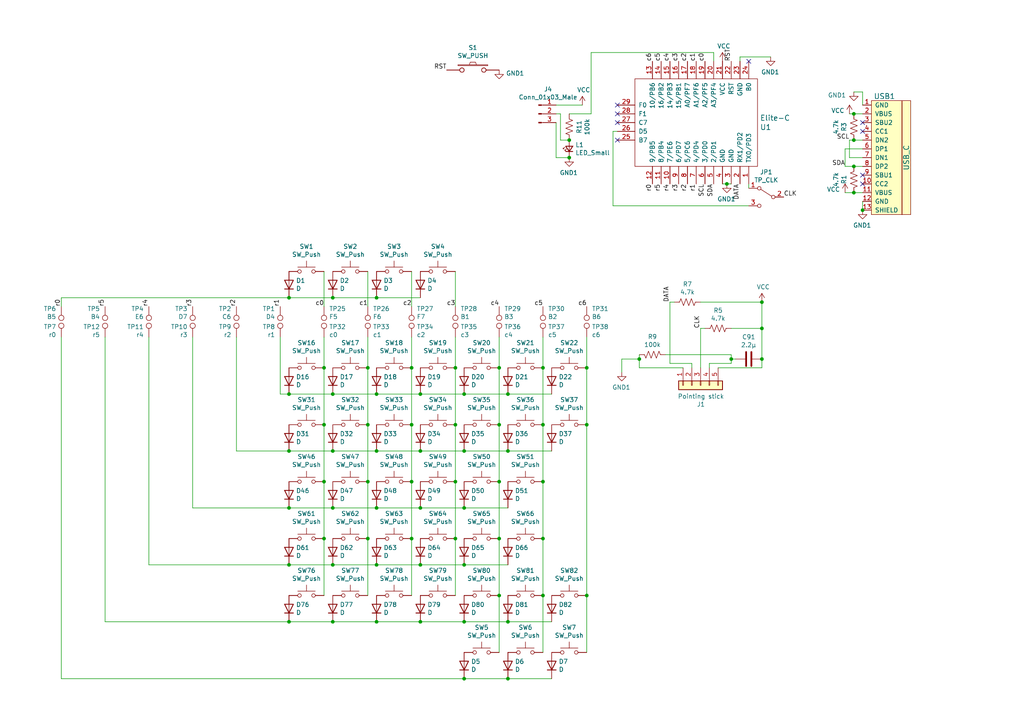
<source format=kicad_sch>
(kicad_sch (version 20211123) (generator eeschema)
  (paper "A4")
  (title_block (title "ThinKeys13") (rev "v0.2") (company "Modulo Industries"))
  (lib_symbols
    (symbol "Connector:Conn_01x03_Male" (pin_names (offset 1.016) hide)
      (property "Reference" "J" (at 0 5.08 0))
      (property "Value" "Conn_01x03_Male" (at 0 -5.08 0))
      (symbol "Conn_01x03_Male_1_1"
        (pin passive line (at 5.08 2.54 180) (length 3.81) (name "Pin_1") (number "1"))
        (pin passive line (at 5.08 0 180) (length 3.81) (name "Pin_2") (number "2"))
        (pin passive line (at 5.08 -2.54 180) (length 3.81) (name "Pin_3") (number "3"))
      )
    )
    (symbol "Connector:TestPoint" (pin_numbers hide) (pin_names (offset 0.762) hide)
      (property "Reference" "TP" (at 0 6.858 0))
      (property "Value" "TestPoint" (at 0 5.08 0))
      (symbol "TestPoint_1_1"
        (pin passive line (at 0 0 90) (length 2.54) (name "1") (number "1"))
      )
    )
    (symbol "Connector_Generic:Conn_01x05" (pin_names (offset 1.016) hide)
      (property "Reference" "J" (at 0 7.62 0))
      (property "Value" "Conn_01x05" (at 0 -7.62 0))
      (symbol "Conn_01x05_1_1"
        (pin passive line (at -5.08 5.08 0) (length 3.81) (name "Pin_1") (number "1"))
        (pin passive line (at -5.08 2.54 0) (length 3.81) (name "Pin_2") (number "2"))
        (pin passive line (at -5.08 0 0) (length 3.81) (name "Pin_3") (number "3"))
        (pin passive line (at -5.08 -2.54 0) (length 3.81) (name "Pin_4") (number "4"))
        (pin passive line (at -5.08 -5.08 0) (length 3.81) (name "Pin_5") (number "5"))
      )
    )
    (symbol "Device:C" (pin_numbers hide) (pin_names (offset 0.254))
      (property "Reference" "C" (at 0.635 2.54 0))
      (property "Value" "C" (at 0.635 -2.54 0))
      (symbol "C_1_1"
        (pin passive line (at 0 3.81 270) (length 2.794) (name "~") (number "1"))
        (pin passive line (at 0 -3.81 90) (length 2.794) (name "~") (number "2"))
      )
    )
    (symbol "Device:D" (pin_numbers hide) (pin_names (offset 1.016) hide)
      (property "Reference" "D" (at 0 2.54 0))
      (property "Value" "D" (at 0 -2.54 0))
      (symbol "D_1_1"
        (pin passive line (at -3.81 0 0) (length 2.54) (name "K") (number "1"))
        (pin passive line (at 3.81 0 180) (length 2.54) (name "A") (number "2"))
      )
    )
    (symbol "Device:LED_Small" (pin_numbers hide) (pin_names (offset 0.254) hide)
      (property "Reference" "D" (at -1.27 3.175 0))
      (property "Value" "LED_Small" (at -4.445 -2.54 0))
      (symbol "LED_Small_1_1"
        (pin passive line (at -2.54 0 0) (length 1.778) (name "K") (number "1"))
        (pin passive line (at 2.54 0 180) (length 1.778) (name "A") (number "2"))
      )
    )
    (symbol "Device:R_US" (pin_numbers hide) (pin_names (offset 0))
      (property "Reference" "R" (at 2.54 0 90))
      (property "Value" "R_US" (at -2.54 0 90))
      (symbol "R_US_1_1"
        (pin passive line (at 0 3.81 270) (length 1.27) (name "~") (number "1"))
        (pin passive line (at 0 -3.81 90) (length 1.27) (name "~") (number "2"))
      )
    )
    (symbol "Switch:SW_Push" (pin_numbers hide) (pin_names (offset 1.016) hide)
      (property "Reference" "SW" (at 1.27 2.54 0))
      (property "Value" "SW_Push" (at 0 -1.524 0))
      (symbol "SW_Push_0_1"
        (pin passive line (at -5.08 0 0) (length 2.54) (name "1") (number "1"))
        (pin passive line (at 5.08 0 180) (length 2.54) (name "2") (number "2"))
      )
    )
    (symbol "Switch:SW_SPDT" (pin_names (offset 0) hide)
      (property "Reference" "SW" (at 0 4.318 0))
      (property "Value" "SW_SPDT" (at 0 -5.08 0))
      (symbol "SW_SPDT_1_1"
        (pin passive line (at 5.08 2.54 180) (length 2.54) (name "A") (number "1"))
        (pin passive line (at -5.08 0 0) (length 2.54) (name "B") (number "2"))
        (pin passive line (at 5.08 -2.54 180) (length 2.54) (name "C") (number "3"))
      )
    )
    (symbol "kbd:SW_PUSH" (pin_numbers hide) (pin_names (offset 1.016) hide)
      (property "Reference" "SW" (at 3.81 2.794 0))
      (property "Value" "SW_PUSH" (at 0 -2.032 0))
      (symbol "SW_PUSH_0_1"
        (pin passive inverted (at -7.62 0 0) (length 5.08) (name "1") (number "1"))
        (pin passive inverted (at 7.62 0 180) (length 5.08) (name "2") (number "2"))
      )
    )
    (symbol "keebio:Elite-C" (pin_names (offset 1.016))
      (property "Reference" "U" (at 0 0 0))
      (property "Value" "Elite-C" (at 0 2.54 0))
      (symbol "Elite-C_1_1"
        (pin input line (at -17.78 13.97 0) (length 5.08) (name "TX0/PD3") (number "1"))
        (pin input line (at -17.78 -8.89 0) (length 5.08) (name "7/PE6") (number "10"))
        (pin input line (at -17.78 -11.43 0) (length 5.08) (name "8/PB4") (number "11"))
        (pin input line (at -17.78 -13.97 0) (length 5.08) (name "9/PB5") (number "12"))
        (pin input line (at 17.78 -13.97 180) (length 5.08) (name "10/PB6") (number "13"))
        (pin input line (at 17.78 -11.43 180) (length 5.08) (name "16/PB2") (number "14"))
        (pin input line (at 17.78 -8.89 180) (length 5.08) (name "14/PB3") (number "15"))
        (pin input line (at 17.78 -6.35 180) (length 5.08) (name "15/PB1") (number "16"))
        (pin input line (at 17.78 -3.81 180) (length 5.08) (name "A0/PF7") (number "17"))
        (pin input line (at 17.78 -1.27 180) (length 5.08) (name "A1/PF6") (number "18"))
        (pin input line (at 17.78 1.27 180) (length 5.08) (name "A2/PF5") (number "19"))
        (pin input line (at -17.78 11.43 0) (length 5.08) (name "RX1/PD2") (number "2"))
        (pin input line (at 17.78 3.81 180) (length 5.08) (name "A3/PF4") (number "20"))
        (pin input line (at 17.78 6.35 180) (length 5.08) (name "VCC") (number "21"))
        (pin input line (at 17.78 8.89 180) (length 5.08) (name "RST") (number "22"))
        (pin input line (at 17.78 11.43 180) (length 5.08) (name "GND") (number "23"))
        (pin input line (at 17.78 13.97 180) (length 5.08) (name "B0") (number "24"))
        (pin input line (at -5.08 -24.13 90) (length 5.08) (name "B7") (number "25"))
        (pin input line (at -2.54 -24.13 90) (length 5.08) (name "D5") (number "26"))
        (pin input line (at 0 -24.13 90) (length 5.08) (name "C7") (number "27"))
        (pin input line (at 2.54 -24.13 90) (length 5.08) (name "F1") (number "28"))
        (pin input line (at 5.08 -24.13 90) (length 5.08) (name "F0") (number "29"))
        (pin input line (at -17.78 8.89 0) (length 5.08) (name "GND") (number "3"))
        (pin input line (at -17.78 6.35 0) (length 5.08) (name "GND") (number "4"))
        (pin input line (at -17.78 3.81 0) (length 5.08) (name "2/PD1") (number "5"))
        (pin input line (at -17.78 1.27 0) (length 5.08) (name "3/PD0") (number "6"))
        (pin input line (at -17.78 -1.27 0) (length 5.08) (name "4/PD4") (number "7"))
        (pin input line (at -17.78 -3.81 0) (length 5.08) (name "5/PC6") (number "8"))
        (pin input line (at -17.78 -6.35 0) (length 5.08) (name "6/PD7") (number "9"))
      )
    )
    (symbol "keebio:HRO-TYPE-C-31-M-12" (pin_names (offset 1.016))
      (property "Reference" "USB" (at -5.08 16.51 0))
      (property "Value" "HRO-TYPE-C-31-M-12" (at -10.16 -1.27 90))
      (symbol "HRO-TYPE-C-31-M-12_1_1"
        (pin input line (at 2.54 13.97 180) (length 2.54) (name "GND") (number "1"))
        (pin input line (at 2.54 -8.89 180) (length 2.54) (name "CC2") (number "10"))
        (pin input line (at 2.54 -11.43 180) (length 2.54) (name "VBUS") (number "11"))
        (pin input line (at 2.54 -13.97 180) (length 2.54) (name "GND") (number "12"))
        (pin input line (at 2.54 -16.51 180) (length 2.54) (name "SHIELD") (number "13"))
        (pin input line (at 2.54 11.43 180) (length 2.54) (name "VBUS") (number "2"))
        (pin input line (at 2.54 8.89 180) (length 2.54) (name "SBU2") (number "3"))
        (pin input line (at 2.54 6.35 180) (length 2.54) (name "CC1") (number "4"))
        (pin input line (at 2.54 3.81 180) (length 2.54) (name "DN2") (number "5"))
        (pin input line (at 2.54 1.27 180) (length 2.54) (name "DP1") (number "6"))
        (pin input line (at 2.54 -1.27 180) (length 2.54) (name "DN1") (number "7"))
        (pin input line (at 2.54 -3.81 180) (length 2.54) (name "DP2") (number "8"))
        (pin input line (at 2.54 -6.35 180) (length 2.54) (name "SBU1") (number "9"))
      )
    )
    (symbol "power:GND1" (power) (pin_names (offset 0))
      (property "Value" "GND1" (at 0 -3.81 0))
      (symbol "GND1_1_1"
        (pin power_in line (at 0 0 270) (length 0) hide (name "GND1") (number "1"))
      )
    )
    (symbol "power:VCC" (power) (pin_names (offset 0))
      (property "Value" "VCC" (at 0 3.81 0))
      (symbol "VCC_1_1"
        (pin power_in line (at 0 0 90) (length 0) hide (name "VCC") (number "1"))
      )
    )
  )
  (junction (at 96.52 130.81))
  (junction (at 170.18 106.68))
  (junction (at 121.92 130.81))
  (junction (at 106.68 156.21))
  (junction (at 132.08 156.21))
  (junction (at 134.62 114.3))
  (junction (at 83.82 114.3))
  (junction (at 144.78 139.7))
  (junction (at 132.08 106.68))
  (junction (at 106.68 139.7))
  (junction (at 170.18 172.72))
  (junction (at 109.22 86.36))
  (junction (at 147.32 196.85))
  (junction (at 83.82 130.81))
  (junction (at 83.82 147.32))
  (junction (at 109.22 114.3))
  (junction (at 185.42 104.14))
  (junction (at 121.92 114.3))
  (junction (at 147.32 130.81))
  (junction (at 106.68 123.19))
  (junction (at 247.65 40.64))
  (junction (at 109.22 163.83))
  (junction (at 121.92 163.83))
  (junction (at 83.82 163.83))
  (junction (at 144.78 123.19))
  (junction (at 144.78 156.21))
  (junction (at 247.65 55.88))
  (junction (at 109.22 180.34))
  (junction (at 119.38 156.21))
  (junction (at 220.98 95.25))
  (junction (at 170.18 123.19))
  (junction (at 96.52 114.3))
  (junction (at 250.19 60.96))
  (junction (at 119.38 106.68))
  (junction (at 119.38 139.7))
  (junction (at 157.48 123.19))
  (junction (at 96.52 147.32))
  (junction (at 93.98 139.7))
  (junction (at 121.92 180.34))
  (junction (at 132.08 123.19))
  (junction (at 93.98 123.19))
  (junction (at 96.52 86.36))
  (junction (at 157.48 156.21))
  (junction (at 147.32 114.3))
  (junction (at 121.92 147.32))
  (junction (at 134.62 130.81))
  (junction (at 119.38 123.19))
  (junction (at 96.52 163.83))
  (junction (at 157.48 139.7))
  (junction (at 212.09 104.14))
  (junction (at 109.22 130.81))
  (junction (at 210.82 53.34))
  (junction (at 134.62 163.83))
  (junction (at 157.48 172.72))
  (junction (at 83.82 86.36))
  (junction (at 93.98 156.21))
  (junction (at 147.32 180.34))
  (junction (at 144.78 172.72))
  (junction (at 132.08 139.7))
  (junction (at 134.62 180.34))
  (junction (at 93.98 106.68))
  (junction (at 247.65 33.02))
  (junction (at 134.62 196.85))
  (junction (at 96.52 180.34))
  (junction (at 220.98 87.63))
  (junction (at 220.98 104.14))
  (junction (at 109.22 147.32))
  (junction (at 134.62 147.32))
  (junction (at 165.1 40.64))
  (junction (at 83.82 180.34))
  (junction (at 106.68 106.68))
  (junction (at 144.78 106.68))
  (junction (at 165.1 45.72))
  (junction (at 157.48 106.68))
  (junction (at 247.65 48.26))
  (no_connect (at 250.19 35.56))
  (no_connect (at 179.07 33.02))
  (no_connect (at 179.07 30.48))
  (no_connect (at 179.07 40.64))
  (no_connect (at 179.07 35.56))
  (no_connect (at 250.19 50.8))
  (no_connect (at 250.19 53.34))
  (no_connect (at 250.19 38.1))
  (no_connect (at 217.17 17.78))
  (wire (pts (xy 106.68 139.7) (xy 106.68 156.21)))
  (wire (pts (xy 246.38 40.64) (xy 247.65 40.64)))
  (wire (pts (xy 106.68 123.19) (xy 106.68 139.7)))
  (wire (pts (xy 83.82 163.83) (xy 96.52 163.83)))
  (wire (pts (xy 203.2 87.63) (xy 220.98 87.63)))
  (wire (pts (xy 30.48 97.79) (xy 30.48 180.34)))
  (wire (pts (xy 119.38 172.72) (xy 119.38 156.21)))
  (wire (pts (xy 83.82 147.32) (xy 55.88 147.32)))
  (wire (pts (xy 217.17 54.61) (xy 217.17 53.34)))
  (wire (pts (xy 68.58 130.81) (xy 83.82 130.81)))
  (wire (pts (xy 194.31 87.63) (xy 195.58 87.63)))
  (wire (pts (xy 134.62 180.34) (xy 121.92 180.34)))
  (wire (pts (xy 250.19 30.48) (xy 250.19 26.67)))
  (wire (pts (xy 144.78 172.72) (xy 144.78 189.23)))
  (wire (pts (xy 171.45 33.02) (xy 171.45 15.24)))
  (wire (pts (xy 161.29 30.48) (xy 168.91 30.48)))
  (wire (pts (xy 170.18 123.19) (xy 170.18 172.72)))
  (wire (pts (xy 109.22 130.81) (xy 121.92 130.81)))
  (wire (pts (xy 132.08 156.21) (xy 132.08 172.72)))
  (wire (pts (xy 68.58 130.81) (xy 68.58 97.79)))
  (wire (pts (xy 83.82 130.81) (xy 96.52 130.81)))
  (wire (pts (xy 185.42 104.14) (xy 185.42 106.68)))
  (wire (pts (xy 246.38 45.72) (xy 246.38 40.64)))
  (wire (pts (xy 212.09 105.41) (xy 205.74 105.41)))
  (wire (pts (xy 96.52 147.32) (xy 83.82 147.32)))
  (wire (pts (xy 177.8 59.69) (xy 217.17 59.69)))
  (wire (pts (xy 157.48 189.23) (xy 157.48 172.72)))
  (wire (pts (xy 81.28 97.79) (xy 81.28 114.3)))
  (wire (pts (xy 200.66 105.41) (xy 200.66 106.68)))
  (wire (pts (xy 160.02 180.34) (xy 147.32 180.34)))
  (wire (pts (xy 245.11 43.18) (xy 245.11 48.26)))
  (wire (pts (xy 207.01 15.24) (xy 207.01 17.78)))
  (wire (pts (xy 245.11 55.88) (xy 247.65 55.88)))
  (wire (pts (xy 250.19 58.42) (xy 250.19 60.96)))
  (wire (pts (xy 198.12 106.68) (xy 185.42 106.68)))
  (wire (pts (xy 109.22 163.83) (xy 121.92 163.83)))
  (wire (pts (xy 220.98 95.25) (xy 220.98 104.14)))
  (wire (pts (xy 177.8 38.1) (xy 177.8 59.69)))
  (wire (pts (xy 246.38 45.72) (xy 250.19 45.72)))
  (wire (pts (xy 210.82 53.34) (xy 212.09 53.34)))
  (wire (pts (xy 162.56 40.64) (xy 162.56 33.02)))
  (wire (pts (xy 162.56 33.02) (xy 161.29 33.02)))
  (wire (pts (xy 220.98 87.63) (xy 220.98 95.25)))
  (wire (pts (xy 109.22 147.32) (xy 96.52 147.32)))
  (wire (pts (xy 245.11 48.26) (xy 247.65 48.26)))
  (wire (pts (xy 212.09 102.87) (xy 212.09 104.14)))
  (wire (pts (xy 214.63 16.51) (xy 223.52 16.51)))
  (wire (pts (xy 144.78 106.68) (xy 144.78 123.19)))
  (wire (pts (xy 106.68 106.68) (xy 106.68 123.19)))
  (wire (pts (xy 144.78 172.72) (xy 144.78 156.21)))
  (wire (pts (xy 144.78 97.79) (xy 144.78 106.68)))
  (wire (pts (xy 246.38 33.02) (xy 247.65 33.02)))
  (wire (pts (xy 147.32 196.85) (xy 160.02 196.85)))
  (wire (pts (xy 121.92 163.83) (xy 134.62 163.83)))
  (wire (pts (xy 93.98 78.74) (xy 93.98 88.9)))
  (wire (pts (xy 147.32 180.34) (xy 134.62 180.34)))
  (wire (pts (xy 134.62 114.3) (xy 121.92 114.3)))
  (wire (pts (xy 132.08 139.7) (xy 132.08 123.19)))
  (wire (pts (xy 119.38 106.68) (xy 119.38 97.79)))
  (wire (pts (xy 194.31 87.63) (xy 194.31 105.41)))
  (wire (pts (xy 119.38 139.7) (xy 119.38 156.21)))
  (wire (pts (xy 157.48 156.21) (xy 157.48 172.72)))
  (wire (pts (xy 96.52 86.36) (xy 109.22 86.36)))
  (wire (pts (xy 134.62 130.81) (xy 147.32 130.81)))
  (wire (pts (xy 170.18 172.72) (xy 170.18 189.23)))
  (wire (pts (xy 83.82 86.36) (xy 17.78 86.36)))
  (wire (pts (xy 247.65 48.26) (xy 250.19 48.26)))
  (wire (pts (xy 132.08 97.79) (xy 132.08 106.68)))
  (wire (pts (xy 212.09 105.41) (xy 212.09 104.14)))
  (wire (pts (xy 109.22 114.3) (xy 96.52 114.3)))
  (wire (pts (xy 147.32 130.81) (xy 160.02 130.81)))
  (wire (pts (xy 213.36 104.14) (xy 212.09 104.14)))
  (wire (pts (xy 157.48 123.19) (xy 157.48 106.68)))
  (wire (pts (xy 119.38 106.68) (xy 119.38 123.19)))
  (wire (pts (xy 203.2 95.25) (xy 203.2 106.68)))
  (wire (pts (xy 96.52 180.34) (xy 83.82 180.34)))
  (wire (pts (xy 144.78 123.19) (xy 144.78 139.7)))
  (wire (pts (xy 121.92 130.81) (xy 134.62 130.81)))
  (wire (pts (xy 180.34 104.14) (xy 180.34 107.95)))
  (wire (pts (xy 170.18 106.68) (xy 170.18 123.19)))
  (wire (pts (xy 245.11 43.18) (xy 250.19 43.18)))
  (wire (pts (xy 171.45 15.24) (xy 207.01 15.24)))
  (wire (pts (xy 157.48 139.7) (xy 157.48 123.19)))
  (wire (pts (xy 134.62 163.83) (xy 147.32 163.83)))
  (wire (pts (xy 106.68 97.79) (xy 106.68 106.68)))
  (wire (pts (xy 93.98 172.72) (xy 93.98 156.21)))
  (wire (pts (xy 247.65 26.67) (xy 250.19 26.67)))
  (wire (pts (xy 93.98 97.79) (xy 93.98 106.68)))
  (wire (pts (xy 109.22 86.36) (xy 121.92 86.36)))
  (wire (pts (xy 93.98 106.68) (xy 93.98 123.19)))
  (wire (pts (xy 93.98 139.7) (xy 93.98 156.21)))
  (wire (pts (xy 180.34 104.14) (xy 185.42 104.14)))
  (wire (pts (xy 43.18 163.83) (xy 43.18 97.79)))
  (wire (pts (xy 119.38 88.9) (xy 119.38 78.74)))
  (wire (pts (xy 144.78 139.7) (xy 144.78 156.21)))
  (wire (pts (xy 247.65 40.64) (xy 250.19 40.64)))
  (wire (pts (xy 179.07 38.1) (xy 177.8 38.1)))
  (wire (pts (xy 96.52 163.83) (xy 109.22 163.83)))
  (wire (pts (xy 119.38 123.19) (xy 119.38 139.7)))
  (wire (pts (xy 121.92 180.34) (xy 109.22 180.34)))
  (wire (pts (xy 205.74 105.41) (xy 205.74 106.68)))
  (wire (pts (xy 161.29 35.56) (xy 161.29 45.72)))
  (wire (pts (xy 83.82 86.36) (xy 96.52 86.36)))
  (wire (pts (xy 132.08 156.21) (xy 132.08 139.7)))
  (wire (pts (xy 132.08 123.19) (xy 132.08 106.68)))
  (wire (pts (xy 208.28 106.68) (xy 220.98 106.68)))
  (wire (pts (xy 147.32 114.3) (xy 134.62 114.3)))
  (wire (pts (xy 121.92 114.3) (xy 109.22 114.3)))
  (wire (pts (xy 106.68 156.21) (xy 106.68 172.72)))
  (wire (pts (xy 185.42 104.14) (xy 185.42 102.87)))
  (wire (pts (xy 165.1 33.02) (xy 171.45 33.02)))
  (wire (pts (xy 157.48 97.79) (xy 157.48 106.68)))
  (wire (pts (xy 17.78 86.36) (xy 17.78 88.9)))
  (wire (pts (xy 96.52 114.3) (xy 83.82 114.3)))
  (wire (pts (xy 160.02 114.3) (xy 147.32 114.3)))
  (wire (pts (xy 220.98 104.14) (xy 220.98 106.68)))
  (wire (pts (xy 55.88 97.79) (xy 55.88 147.32)))
  (wire (pts (xy 157.48 156.21) (xy 157.48 139.7)))
  (wire (pts (xy 109.22 180.34) (xy 96.52 180.34)))
  (wire (pts (xy 106.68 78.74) (xy 106.68 88.9)))
  (wire (pts (xy 247.65 33.02) (xy 250.19 33.02)))
  (wire (pts (xy 214.63 17.78) (xy 214.63 16.51)))
  (wire (pts (xy 17.78 196.85) (xy 17.78 97.79)))
  (wire (pts (xy 81.28 114.3) (xy 83.82 114.3)))
  (wire (pts (xy 170.18 97.79) (xy 170.18 106.68)))
  (wire (pts (xy 247.65 55.88) (xy 250.19 55.88)))
  (wire (pts (xy 96.52 130.81) (xy 109.22 130.81)))
  (wire (pts (xy 161.29 45.72) (xy 165.1 45.72)))
  (wire (pts (xy 134.62 196.85) (xy 147.32 196.85)))
  (wire (pts (xy 212.09 95.25) (xy 220.98 95.25)))
  (wire (pts (xy 193.04 102.87) (xy 212.09 102.87)))
  (wire (pts (xy 203.2 95.25) (xy 204.47 95.25)))
  (wire (pts (xy 17.78 196.85) (xy 134.62 196.85)))
  (wire (pts (xy 83.82 180.34) (xy 30.48 180.34)))
  (wire (pts (xy 93.98 123.19) (xy 93.98 139.7)))
  (wire (pts (xy 165.1 40.64) (xy 162.56 40.64)))
  (wire (pts (xy 121.92 147.32) (xy 109.22 147.32)))
  (wire (pts (xy 209.55 53.34) (xy 210.82 53.34)))
  (wire (pts (xy 134.62 147.32) (xy 121.92 147.32)))
  (wire (pts (xy 132.08 78.74) (xy 132.08 88.9)))
  (wire (pts (xy 194.31 105.41) (xy 200.66 105.41)))
  (wire (pts (xy 147.32 147.32) (xy 134.62 147.32)))
  (wire (pts (xy 43.18 163.83) (xy 83.82 163.83)))
  (label "r5" (at 30.48 88.9 90))
  (label "c6" (at 170.18 88.9 180))
  (label "r4" (at 194.31 53.34 270))
  (label "CLK" (at 227.33 57.15 0))
  (label "c5" (at 157.48 88.9 180))
  (label "SDA" (at 207.01 53.34 270))
  (label "r3" (at 55.88 88.9 90))
  (label "c0" (at 93.98 88.9 180))
  (label "RST" (at 212.09 17.78 90))
  (label "c4" (at 194.31 17.78 90))
  (label "r2" (at 199.39 53.34 270))
  (label "r0" (at 17.78 88.9 90))
  (label "c3" (at 196.85 17.78 90))
  (label "r1" (at 201.93 53.34 270))
  (label "RST" (at 129.54 20.32 180))
  (label "r0" (at 189.23 53.34 270))
  (label "r1" (at 81.28 88.9 90))
  (label "DATA" (at 194.31 87.63 90))
  (label "r5" (at 191.77 53.34 270))
  (label "SDA" (at 245.11 48.26 180))
  (label "r2" (at 68.58 88.9 90))
  (label "c3" (at 132.08 88.9 180))
  (label "CLK" (at 203.2 95.25 90))
  (label "SCL" (at 246.38 40.64 180))
  (label "c0" (at 204.47 17.78 90))
  (label "DATA" (at 214.63 53.34 270))
  (label "SCL" (at 204.47 53.34 270))
  (label "r3" (at 196.85 53.34 270))
  (label "c1" (at 201.93 17.78 90))
  (label "c2" (at 199.39 17.78 90))
  (label "c5" (at 191.77 17.78 90))
  (label "c4" (at 144.78 88.9 180))
  (label "c1" (at 106.68 88.9 180))
  (label "c2" (at 119.38 88.9 180))
  (label "r4" (at 43.18 88.9 90))
  (label "c6" (at 189.23 17.78 90))
  (symbol (lib_id "Device:D") (at 134.62 193.04 90) (unit 1)
    (property "Reference" "D5" (at 136.652 191.8716 90) (effects (justify right)))
    (property "Value" "D" (at 136.652 194.183 90) (effects (justify right)))
    (property "Footprint" "libmodulo:D_SOD-123" (effects hide))
    (property "LCSC Part" "C64898" (effects hide))
  )
  (symbol (lib_id "Device:D") (at 147.32 193.04 90) (unit 1)
    (property "Reference" "D6" (at 149.352 191.8716 90) (effects (justify right)))
    (property "Value" "D" (at 149.352 194.183 90) (effects (justify right)))
    (property "Footprint" "libmodulo:D_SOD-123" (effects hide))
    (property "LCSC Part" "C64898" (effects hide))
  )
  (symbol (lib_id "Switch:SW_Push") (at 152.4 189.23 0) (unit 1)
    (property "Reference" "SW6" (at 152.4 181.991 0))
    (property "Value" "SW_Push" (at 152.4 184.3024 0))
    (property "Footprint" "libmodulo:SW_MX-ALPS-ChocV1_V2-X-PG1280_PCB" (effects hide))
  )
  (symbol (lib_id "Device:D") (at 160.02 193.04 90) (unit 1)
    (property "Reference" "D7" (at 162.052 191.8716 90) (effects (justify right)))
    (property "Value" "D" (at 162.052 194.183 90) (effects (justify right)))
    (property "Footprint" "libmodulo:D_SOD-123" (effects hide))
    (property "LCSC Part" "C64898" (effects hide))
  )
  (symbol (lib_id "Switch:SW_Push") (at 165.1 189.23 0) (unit 1)
    (property "Reference" "SW7" (at 165.1 181.991 0))
    (property "Value" "SW_Push" (at 165.1 184.3024 0))
    (property "Footprint" "libmodulo:SW_MX-ALPS-ChocV1_V2-X-PG1280_PCB" (effects hide))
  )
  (symbol (lib_id "keebio:HRO-TYPE-C-31-M-12") (at 252.73 44.45 0) (mirror y) (unit 1)
    (property "Reference" "USB1" (at 256.54 27.94 0) (effects (font (size 1.524 1.524))))
    (property "Value" "USB_C" (at 262.89 45.72 90) (effects (font (size 1.524 1.524))))
    (property "Footprint" "libmodulo:HRO-TYPE-C-31-M-12" (effects hide))
    (property "LCSC Part" "C165948" (effects hide))
  )
  (symbol (lib_id "power:GND1") (at 250.19 60.96 0) (mirror y) (unit 1)
    (property "Reference" "#PWR0111" (effects hide))
    (property "Value" "GND1" (at 250.063 65.3542 0))
  )
  (symbol (lib_id "power:GND1") (at 247.65 26.67 0) (mirror y) (unit 1)
    (property "Reference" "#PWR0110" (effects hide))
    (property "Value" "GND1" (at 245.4148 27.6098 0) (effects (justify left)))
  )
  (symbol (lib_id "power:GND1") (at 144.78 20.32 0) (mirror y) (unit 1)
    (property "Reference" "#PWR0113" (effects hide))
    (property "Value" "GND1" (at 146.7612 21.2598 0) (effects (justify right)))
  )
  (symbol (lib_id "kbd:SW_PUSH") (at 137.16 20.32 0) (unit 1)
    (property "Reference" "S1" (at 137.16 13.843 0))
    (property "Value" "SW_PUSH" (at 137.16 16.1544 0))
    (property "Footprint" "Button_Switch_SMD:SW_SPST_EVQQ2" (effects hide))
    (property "LCSC Part" "C713483" (effects hide))
  )
  (symbol (lib_id "Connector:TestPoint") (at 157.48 97.79 0) (unit 1)
    (property "Reference" "TP37" (at 158.9532 94.7928 0) (effects (justify left)))
    (property "Value" "c5" (at 158.9532 97.1042 0) (effects (justify left)))
    (property "Footprint" "libmodulo:THTPad_4.0x4.0mm_Drill2.0mm" (effects hide))
  )
  (symbol (lib_id "Connector:TestPoint") (at 144.78 97.79 0) (unit 1)
    (property "Reference" "TP36" (at 146.2532 94.7928 0) (effects (justify left)))
    (property "Value" "c4" (at 146.2532 97.1042 0) (effects (justify left)))
    (property "Footprint" "libmodulo:THTPad_4.0x4.0mm_Drill2.0mm" (effects hide))
  )
  (symbol (lib_id "Connector:TestPoint") (at 132.08 97.79 0) (unit 1)
    (property "Reference" "TP35" (at 133.5532 94.7928 0) (effects (justify left)))
    (property "Value" "c3" (at 133.5532 97.1042 0) (effects (justify left)))
    (property "Footprint" "libmodulo:THTPad_4.0x4.0mm_Drill2.0mm" (effects hide))
  )
  (symbol (lib_id "Connector:TestPoint") (at 119.38 97.79 0) (unit 1)
    (property "Reference" "TP34" (at 120.8532 94.7928 0) (effects (justify left)))
    (property "Value" "c2" (at 120.8532 97.1042 0) (effects (justify left)))
    (property "Footprint" "libmodulo:THTPad_4.0x4.0mm_Drill2.0mm" (effects hide))
  )
  (symbol (lib_id "Connector:TestPoint") (at 106.68 97.79 0) (unit 1)
    (property "Reference" "TP33" (at 108.1532 94.7928 0) (effects (justify left)))
    (property "Value" "c1" (at 108.1532 97.1042 0) (effects (justify left)))
    (property "Footprint" "libmodulo:THTPad_4.0x4.0mm_Drill2.0mm" (effects hide))
  )
  (symbol (lib_id "Connector:TestPoint") (at 170.18 97.79 0) (unit 1)
    (property "Reference" "TP38" (at 171.6532 94.7928 0) (effects (justify left)))
    (property "Value" "c6" (at 171.6532 97.1042 0) (effects (justify left)))
    (property "Footprint" "libmodulo:THTPad_4.0x4.0mm_Drill2.0mm" (effects hide))
  )
  (symbol (lib_id "Connector:TestPoint") (at 119.38 88.9 180) (unit 1)
    (property "Reference" "TP27" (at 120.8532 89.5604 0) (effects (justify right)))
    (property "Value" "F7" (at 120.8532 91.8718 0) (effects (justify right)))
    (property "Footprint" "libmodulo:SMDPad_4.0x2.0mm" (effects hide))
  )
  (symbol (lib_id "Connector:TestPoint") (at 132.08 88.9 180) (unit 1)
    (property "Reference" "TP28" (at 133.5532 89.5604 0) (effects (justify right)))
    (property "Value" "B1" (at 133.5532 91.8718 0) (effects (justify right)))
    (property "Footprint" "libmodulo:SMDPad_4.0x2.0mm" (effects hide))
  )
  (symbol (lib_id "Connector:TestPoint") (at 144.78 88.9 180) (unit 1)
    (property "Reference" "TP29" (at 146.2532 89.5604 0) (effects (justify right)))
    (property "Value" "B3" (at 146.2532 91.8718 0) (effects (justify right)))
    (property "Footprint" "libmodulo:SMDPad_4.0x2.0mm" (effects hide))
  )
  (symbol (lib_id "Connector:TestPoint") (at 157.48 88.9 180) (unit 1)
    (property "Reference" "TP30" (at 158.9532 89.5604 0) (effects (justify right)))
    (property "Value" "B2" (at 158.9532 91.8718 0) (effects (justify right)))
    (property "Footprint" "libmodulo:SMDPad_4.0x2.0mm" (effects hide))
  )
  (symbol (lib_id "Connector:TestPoint") (at 170.18 88.9 180) (unit 1)
    (property "Reference" "TP31" (at 171.6532 89.5604 0) (effects (justify right)))
    (property "Value" "B6" (at 171.6532 91.8718 0) (effects (justify right)))
    (property "Footprint" "libmodulo:SMDPad_4.0x2.0mm" (effects hide))
  )
  (symbol (lib_id "Connector:TestPoint") (at 93.98 88.9 180) (unit 1)
    (property "Reference" "TP25" (at 95.4532 89.5604 0) (effects (justify right)))
    (property "Value" "F5" (at 95.4532 91.8718 0) (effects (justify right)))
    (property "Footprint" "libmodulo:SMDPad_4.0x2.0mm" (effects hide))
  )
  (symbol (lib_id "Connector:TestPoint") (at 106.68 88.9 180) (unit 1)
    (property "Reference" "TP26" (at 108.1532 89.5604 0) (effects (justify right)))
    (property "Value" "F6" (at 108.1532 91.8718 0) (effects (justify right)))
    (property "Footprint" "libmodulo:SMDPad_4.0x2.0mm" (effects hide))
  )
  (symbol (lib_id "Connector:TestPoint") (at 93.98 97.79 0) (unit 1)
    (property "Reference" "TP32" (at 95.4532 94.7928 0) (effects (justify left)))
    (property "Value" "c0" (at 95.4532 97.1042 0) (effects (justify left)))
    (property "Footprint" "libmodulo:THTPad_4.0x4.0mm_Drill2.0mm" (effects hide))
  )
  (symbol (lib_id "power:GND1") (at 180.34 107.95 0) (mirror y) (unit 1)
    (property "Reference" "#PWR0101" (effects hide))
    (property "Value" "GND1" (at 180.213 112.3442 0))
  )
  (symbol (lib_id "Device:R_US") (at 189.23 102.87 270) (mirror x) (unit 1)
    (property "Reference" "R9" (at 189.23 97.663 90))
    (property "Value" "100k" (at 189.23 99.9744 90))
    (property "Footprint" "Resistor_SMD:R_1206_3216Metric_Pad1.30x1.75mm_HandSolder" (effects hide))
    (property "LCSC Part" "C17900" (effects hide))
  )
  (symbol (lib_id "power:VCC") (at 220.98 87.63 0) (unit 1)
    (property "Reference" "#PWR0107" (effects hide))
    (property "Value" "VCC" (at 221.361 83.2358 0))
  )
  (symbol (lib_id "power:GND1") (at 223.52 16.51 0) (mirror y) (unit 1)
    (property "Reference" "#PWR0108" (effects hide))
    (property "Value" "GND1" (at 223.393 20.9042 0))
  )
  (symbol (lib_id "power:GND1") (at 210.82 53.34 0) (mirror y) (unit 1)
    (property "Reference" "#PWR0109" (effects hide))
    (property "Value" "GND1" (at 210.693 57.7342 0))
  )
  (symbol (lib_id "Device:R_US") (at 247.65 36.83 180) (unit 1)
    (property "Reference" "R3" (at 244.7798 36.83 90))
    (property "Value" "4.7k" (at 242.4684 36.83 90))
    (property "Footprint" "Resistor_SMD:R_1206_3216Metric_Pad1.30x1.75mm_HandSolder" (effects hide))
    (property "LCSC Part" "C17936" (effects hide))
  )
  (symbol (lib_id "Device:R_US") (at 247.65 52.07 0) (mirror y) (unit 1)
    (property "Reference" "R1" (at 244.7798 52.07 90))
    (property "Value" "4.7k" (at 242.4684 52.07 90))
    (property "Footprint" "Resistor_SMD:R_1206_3216Metric_Pad1.30x1.75mm_HandSolder" (effects hide))
    (property "LCSC Part" "C17936" (effects hide))
  )
  (symbol (lib_id "Device:C") (at 217.17 104.14 90) (unit 1)
    (property "Reference" "C91" (at 217.17 97.7392 90))
    (property "Value" "2.2µ" (at 217.17 100.0506 90))
    (property "Footprint" "Capacitor_SMD:C_1206_3216Metric_Pad1.33x1.80mm_HandSolder" (effects hide))
    (property "LCSC Part" "C50254" (effects hide))
  )
  (symbol (lib_id "Device:R_US") (at 199.39 87.63 90) (unit 1)
    (property "Reference" "R7" (at 199.39 82.423 90))
    (property "Value" "4.7k" (at 199.39 84.7344 90))
    (property "Footprint" "Resistor_SMD:R_1206_3216Metric_Pad1.30x1.75mm_HandSolder" (effects hide))
    (property "LCSC Part" "C17936" (effects hide))
  )
  (symbol (lib_id "Device:R_US") (at 208.28 95.25 90) (unit 1)
    (property "Reference" "R5" (at 208.28 90.043 90))
    (property "Value" "4.7k" (at 208.28 92.3544 90))
    (property "Footprint" "Resistor_SMD:R_1206_3216Metric_Pad1.30x1.75mm_HandSolder" (effects hide))
    (property "LCSC Part" "C17936" (effects hide))
  )
  (symbol (lib_id "Connector_Generic:Conn_01x05") (at 203.2 111.76 90) (mirror x) (unit 1)
    (property "Reference" "J1" (at 203.3016 117.2718 90))
    (property "Value" "Pointing stick" (at 203.3016 114.9604 90))
    (property "Footprint" "libmodulo:SK8707-01" (effects hide))
  )
  (symbol (lib_id "Device:R_US") (at 165.1 36.83 0) (unit 1)
    (property "Reference" "R11" (at 167.9702 36.83 90))
    (property "Value" "100k" (at 170.2816 36.83 90))
    (property "Footprint" "Resistor_SMD:R_1206_3216Metric_Pad1.30x1.75mm_HandSolder" (effects hide))
    (property "LCSC Part" "C17936" (effects hide))
  )
  (symbol (lib_id "power:VCC") (at 168.91 30.48 0) (unit 1)
    (property "Reference" "#PWR0112" (effects hide))
    (property "Value" "VCC" (at 169.291 26.0858 0))
  )
  (symbol (lib_id "Device:LED_Small") (at 165.1 43.18 90) (unit 1)
    (property "Reference" "L1" (at 166.878 42.0116 90) (effects (justify right)))
    (property "Value" "LED_Small" (at 166.878 44.323 90) (effects (justify right)))
    (property "Footprint" "LED_SMD:LED_0805_2012Metric_Castellated" (effects hide))
    (property "LCSC Part" "C72043" (effects hide))
  )
  (symbol (lib_id "Connector:Conn_01x03_Male") (at 156.21 33.02 0) (unit 1)
    (property "Reference" "J4" (at 158.9532 25.8826 0))
    (property "Value" "Conn_01x03_Male" (at 158.9532 28.194 0))
    (property "Footprint" "Connector_PinHeader_2.00mm:PinHeader_1x03_P2.00mm_Vertical_SMD_Pin1Left" (effects hide))
  )
  (symbol (lib_id "power:GND1") (at 165.1 45.72 0) (mirror y) (unit 1)
    (property "Reference" "#PWR0117" (effects hide))
    (property "Value" "GND1" (at 164.973 50.1142 0))
  )
  (symbol (lib_id "power:VCC") (at 209.55 17.78 0) (unit 1)
    (property "Reference" "#PWR0116" (effects hide))
    (property "Value" "VCC" (at 209.931 13.3858 0))
  )
  (symbol (lib_id "power:VCC") (at 245.11 55.88 0) (unit 1)
    (property "Reference" "#PWR0114" (effects hide))
    (property "Value" "VCC" (at 243.6622 54.9402 0) (effects (justify right)))
  )
  (symbol (lib_id "power:VCC") (at 246.38 33.02 0) (unit 1)
    (property "Reference" "#PWR0115" (effects hide))
    (property "Value" "VCC" (at 244.9322 32.0802 0) (effects (justify right)))
  )
  (symbol (lib_id "Connector:TestPoint") (at 17.78 97.79 0) (mirror y) (unit 1)
    (property "Reference" "TP7" (at 16.3068 94.7928 0) (effects (justify left)))
    (property "Value" "r0" (at 16.3068 97.1042 0) (effects (justify left)))
    (property "Footprint" "libmodulo:THTPad_4.0x4.0mm_Drill2.0mm" (effects hide))
  )
  (symbol (lib_id "Connector:TestPoint") (at 81.28 88.9 0) (mirror x) (unit 1)
    (property "Reference" "TP1" (at 79.8068 89.5604 0) (effects (justify right)))
    (property "Value" "D4" (at 79.8068 91.8718 0) (effects (justify right)))
    (property "Footprint" "libmodulo:SMDPad_4.0x2.0mm" (effects hide))
  )
  (symbol (lib_id "Connector:TestPoint") (at 68.58 88.9 0) (mirror x) (unit 1)
    (property "Reference" "TP2" (at 67.1068 89.5604 0) (effects (justify right)))
    (property "Value" "C6" (at 67.1068 91.8718 0) (effects (justify right)))
    (property "Footprint" "libmodulo:SMDPad_4.0x2.0mm" (effects hide))
  )
  (symbol (lib_id "Connector:TestPoint") (at 55.88 88.9 0) (mirror x) (unit 1)
    (property "Reference" "TP3" (at 54.4068 89.5604 0) (effects (justify right)))
    (property "Value" "D7" (at 54.4068 91.8718 0) (effects (justify right)))
    (property "Footprint" "libmodulo:SMDPad_4.0x2.0mm" (effects hide))
  )
  (symbol (lib_id "Connector:TestPoint") (at 43.18 88.9 0) (mirror x) (unit 1)
    (property "Reference" "TP4" (at 41.7068 89.5604 0) (effects (justify right)))
    (property "Value" "E6" (at 41.7068 91.8718 0) (effects (justify right)))
    (property "Footprint" "libmodulo:SMDPad_4.0x2.0mm" (effects hide))
  )
  (symbol (lib_id "Connector:TestPoint") (at 30.48 88.9 0) (mirror x) (unit 1)
    (property "Reference" "TP5" (at 29.0068 89.5604 0) (effects (justify right)))
    (property "Value" "B4" (at 29.0068 91.8718 0) (effects (justify right)))
    (property "Footprint" "libmodulo:SMDPad_4.0x2.0mm" (effects hide))
  )
  (symbol (lib_id "Connector:TestPoint") (at 17.78 88.9 0) (mirror x) (unit 1)
    (property "Reference" "TP6" (at 16.3068 89.5604 0) (effects (justify right)))
    (property "Value" "B5" (at 16.3068 91.8718 0) (effects (justify right)))
    (property "Footprint" "libmodulo:SMDPad_4.0x2.0mm" (effects hide))
  )
  (symbol (lib_id "Connector:TestPoint") (at 81.28 97.79 0) (mirror y) (unit 1)
    (property "Reference" "TP8" (at 79.8068 94.7928 0) (effects (justify left)))
    (property "Value" "r1" (at 79.8068 97.1042 0) (effects (justify left)))
    (property "Footprint" "libmodulo:THTPad_4.0x4.0mm_Drill2.0mm" (effects hide))
  )
  (symbol (lib_id "Connector:TestPoint") (at 68.58 97.79 0) (mirror y) (unit 1)
    (property "Reference" "TP9" (at 67.1068 94.7928 0) (effects (justify left)))
    (property "Value" "r2" (at 67.1068 97.1042 0) (effects (justify left)))
    (property "Footprint" "libmodulo:THTPad_4.0x4.0mm_Drill2.0mm" (effects hide))
  )
  (symbol (lib_id "Connector:TestPoint") (at 55.88 97.79 0) (mirror y) (unit 1)
    (property "Reference" "TP10" (at 54.4068 94.7928 0) (effects (justify left)))
    (property "Value" "r3" (at 54.4068 97.1042 0) (effects (justify left)))
    (property "Footprint" "libmodulo:THTPad_4.0x4.0mm_Drill2.0mm" (effects hide))
  )
  (symbol (lib_id "Connector:TestPoint") (at 43.18 97.79 0) (mirror y) (unit 1)
    (property "Reference" "TP11" (at 41.7068 94.7928 0) (effects (justify left)))
    (property "Value" "r4" (at 41.7068 97.1042 0) (effects (justify left)))
    (property "Footprint" "libmodulo:THTPad_4.0x4.0mm_Drill2.0mm" (effects hide))
  )
  (symbol (lib_id "Connector:TestPoint") (at 30.48 97.79 0) (mirror y) (unit 1)
    (property "Reference" "TP12" (at 29.0068 94.7928 0) (effects (justify left)))
    (property "Value" "r5" (at 29.0068 97.1042 0) (effects (justify left)))
    (property "Footprint" "libmodulo:THTPad_4.0x4.0mm_Drill2.0mm" (effects hide))
  )
  (symbol (lib_id "Device:D") (at 160.02 110.49 90) (unit 1)
    (property "Reference" "D22" (at 162.052 109.3216 90) (effects (justify right)))
    (property "Value" "D" (at 162.052 111.633 90) (effects (justify right)))
    (property "Footprint" "libmodulo:D_SOD-123" (effects hide))
    (property "LCSC Part" "C64898" (effects hide))
  )
  (symbol (lib_id "Switch:SW_Push") (at 114.3 106.68 0) (unit 1)
    (property "Reference" "SW18" (at 114.3 99.441 0))
    (property "Value" "SW_Push" (at 114.3 101.7524 0))
    (property "Footprint" "libmodulo:SW_MX-ALPS-ChocV1_V2-X-PG1280_PCB" (effects hide))
  )
  (symbol (lib_id "Device:D") (at 109.22 110.49 90) (unit 1)
    (property "Reference" "D18" (at 111.252 109.3216 90) (effects (justify right)))
    (property "Value" "D" (at 111.252 111.633 90) (effects (justify right)))
    (property "Footprint" "libmodulo:D_SOD-123" (effects hide))
    (property "LCSC Part" "C64898" (effects hide))
  )
  (symbol (lib_id "Switch:SW_Push") (at 101.6 106.68 0) (unit 1)
    (property "Reference" "SW17" (at 101.6 99.441 0))
    (property "Value" "SW_Push" (at 101.6 101.7524 0))
    (property "Footprint" "libmodulo:SW_MX-ALPS-ChocV1_V2-X-PG1280_PCB" (effects hide))
  )
  (symbol (lib_id "Switch:SW_Push") (at 165.1 123.19 0) (unit 1)
    (property "Reference" "SW37" (at 165.1 115.951 0))
    (property "Value" "SW_Push" (at 165.1 118.2624 0))
    (property "Footprint" "libmodulo:SW_MX-ALPS-ChocV1_V2-X-PG1280_PCB" (effects hide))
  )
  (symbol (lib_id "Device:D") (at 160.02 127 90) (unit 1)
    (property "Reference" "D37" (at 162.052 125.8316 90) (effects (justify right)))
    (property "Value" "D" (at 162.052 128.143 90) (effects (justify right)))
    (property "Footprint" "libmodulo:D_SOD-123" (effects hide))
    (property "LCSC Part" "C64898" (effects hide))
  )
  (symbol (lib_id "Switch:SW_Push") (at 152.4 123.19 0) (unit 1)
    (property "Reference" "SW36" (at 152.4 115.951 0))
    (property "Value" "SW_Push" (at 152.4 118.2624 0))
    (property "Footprint" "libmodulo:SW_MX-ALPS-ChocV1_V2-X-PG1280_PCB" (effects hide))
  )
  (symbol (lib_id "Device:D") (at 147.32 127 90) (unit 1)
    (property "Reference" "D36" (at 149.352 125.8316 90) (effects (justify right)))
    (property "Value" "D" (at 149.352 128.143 90) (effects (justify right)))
    (property "Footprint" "libmodulo:D_SOD-123" (effects hide))
    (property "LCSC Part" "C64898" (effects hide))
  )
  (symbol (lib_id "Switch:SW_Push") (at 139.7 123.19 0) (unit 1)
    (property "Reference" "SW35" (at 139.7 115.951 0))
    (property "Value" "SW_Push" (at 139.7 118.2624 0))
    (property "Footprint" "libmodulo:SW_MX-ALPS-ChocV1_V2-X-PG1280_PCB" (effects hide))
  )
  (symbol (lib_id "Device:D") (at 134.62 127 90) (unit 1)
    (property "Reference" "D35" (at 136.652 125.8316 90) (effects (justify right)))
    (property "Value" "D" (at 136.652 128.143 90) (effects (justify right)))
    (property "Footprint" "libmodulo:D_SOD-123" (effects hide))
    (property "LCSC Part" "C64898" (effects hide))
  )
  (symbol (lib_id "Device:D") (at 109.22 127 90) (unit 1)
    (property "Reference" "D33" (at 111.252 125.8316 90) (effects (justify right)))
    (property "Value" "D" (at 111.252 128.143 90) (effects (justify right)))
    (property "Footprint" "libmodulo:D_SOD-123" (effects hide))
    (property "LCSC Part" "C64898" (effects hide))
  )
  (symbol (lib_id "Device:D") (at 96.52 127 90) (unit 1)
    (property "Reference" "D32" (at 98.552 125.8316 90) (effects (justify right)))
    (property "Value" "D" (at 98.552 128.143 90) (effects (justify right)))
    (property "Footprint" "libmodulo:D_SOD-123" (effects hide))
    (property "LCSC Part" "C64898" (effects hide))
  )
  (symbol (lib_id "Switch:SW_Push") (at 88.9 123.19 0) (unit 1)
    (property "Reference" "SW31" (at 88.9 115.951 0))
    (property "Value" "SW_Push" (at 88.9 118.2624 0))
    (property "Footprint" "libmodulo:SW_MX-ALPS-ChocV1_V2-X-PG1280_PCB" (effects hide))
  )
  (symbol (lib_id "Device:D") (at 83.82 127 90) (unit 1)
    (property "Reference" "D31" (at 85.852 125.8316 90) (effects (justify right)))
    (property "Value" "D" (at 85.852 128.143 90) (effects (justify right)))
    (property "Footprint" "libmodulo:D_SOD-123" (effects hide))
    (property "LCSC Part" "C64898" (effects hide))
  )
  (symbol (lib_id "Device:D") (at 147.32 143.51 90) (unit 1)
    (property "Reference" "D51" (at 149.352 142.3416 90) (effects (justify right)))
    (property "Value" "D" (at 149.352 144.653 90) (effects (justify right)))
    (property "Footprint" "libmodulo:D_SOD-123" (effects hide))
    (property "LCSC Part" "C64898" (effects hide))
  )
  (symbol (lib_id "Switch:SW_Push") (at 101.6 139.7 0) (unit 1)
    (property "Reference" "SW47" (at 101.6 132.461 0))
    (property "Value" "SW_Push" (at 101.6 134.7724 0))
    (property "Footprint" "libmodulo:SW_MX-ALPS-ChocV1_V2-X-PG1280_PCB" (effects hide))
  )
  (symbol (lib_id "Device:D") (at 96.52 143.51 90) (unit 1)
    (property "Reference" "D47" (at 98.552 142.3416 90) (effects (justify right)))
    (property "Value" "D" (at 98.552 144.653 90) (effects (justify right)))
    (property "Footprint" "libmodulo:D_SOD-123" (effects hide))
    (property "LCSC Part" "C64898" (effects hide))
  )
  (symbol (lib_id "Switch:SW_Push") (at 88.9 139.7 0) (unit 1)
    (property "Reference" "SW46" (at 88.9 132.461 0))
    (property "Value" "SW_Push" (at 88.9 134.7724 0))
    (property "Footprint" "libmodulo:SW_MX-ALPS-ChocV1_V2-X-PG1280_PCB" (effects hide))
  )
  (symbol (lib_id "Device:D") (at 83.82 143.51 90) (unit 1)
    (property "Reference" "D46" (at 85.852 142.3416 90) (effects (justify right)))
    (property "Value" "D" (at 85.852 144.653 90) (effects (justify right)))
    (property "Footprint" "libmodulo:D_SOD-123" (effects hide))
    (property "LCSC Part" "C64898" (effects hide))
  )
  (symbol (lib_id "Switch:SW_Push") (at 152.4 156.21 0) (unit 1)
    (property "Reference" "SW66" (at 152.4 148.971 0))
    (property "Value" "SW_Push" (at 152.4 151.2824 0))
    (property "Footprint" "libmodulo:SW_MX-ALPS-ChocV1_V2-X-PG1280_PCB" (effects hide))
  )
  (symbol (lib_id "Switch:SW_Push") (at 139.7 156.21 0) (unit 1)
    (property "Reference" "SW65" (at 139.7 148.971 0))
    (property "Value" "SW_Push" (at 139.7 151.2824 0))
    (property "Footprint" "libmodulo:SW_MX-ALPS-ChocV1_V2-X-PG1280_PCB" (effects hide))
  )
  (symbol (lib_id "Device:D") (at 134.62 160.02 90) (unit 1)
    (property "Reference" "D65" (at 136.652 158.8516 90) (effects (justify right)))
    (property "Value" "D" (at 136.652 161.163 90) (effects (justify right)))
    (property "Footprint" "libmodulo:D_SOD-123" (effects hide))
    (property "LCSC Part" "C64898" (effects hide))
  )
  (symbol (lib_id "Switch:SW_Push") (at 127 156.21 0) (unit 1)
    (property "Reference" "SW64" (at 127 148.971 0))
    (property "Value" "SW_Push" (at 127 151.2824 0))
    (property "Footprint" "libmodulo:SW_MX-ALPS-ChocV1_V2-X-PG1280_PCB" (effects hide))
  )
  (symbol (lib_id "Device:D") (at 121.92 160.02 90) (unit 1)
    (property "Reference" "D64" (at 123.952 158.8516 90) (effects (justify right)))
    (property "Value" "D" (at 123.952 161.163 90) (effects (justify right)))
    (property "Footprint" "libmodulo:D_SOD-123" (effects hide))
    (property "LCSC Part" "C64898" (effects hide))
  )
  (symbol (lib_id "Switch:SW_Push") (at 114.3 156.21 0) (unit 1)
    (property "Reference" "SW63" (at 114.3 148.971 0))
    (property "Value" "SW_Push" (at 114.3 151.2824 0))
    (property "Footprint" "libmodulo:SW_MX-ALPS-ChocV1_V2-X-PG1280_PCB" (effects hide))
  )
  (symbol (lib_id "Device:D") (at 109.22 160.02 90) (unit 1)
    (property "Reference" "D63" (at 111.252 158.8516 90) (effects (justify right)))
    (property "Value" "D" (at 111.252 161.163 90) (effects (justify right)))
    (property "Footprint" "libmodulo:D_SOD-123" (effects hide))
    (property "LCSC Part" "C64898" (effects hide))
  )
  (symbol (lib_id "Switch:SW_Push") (at 101.6 156.21 0) (unit 1)
    (property "Reference" "SW62" (at 101.6 148.971 0))
    (property "Value" "SW_Push" (at 101.6 151.2824 0))
    (property "Footprint" "libmodulo:SW_MX-ALPS-ChocV1_V2-X-PG1280_PCB" (effects hide))
  )
  (symbol (lib_id "Device:D") (at 83.82 160.02 90) (unit 1)
    (property "Reference" "D61" (at 85.852 158.8516 90) (effects (justify right)))
    (property "Value" "D" (at 85.852 161.163 90) (effects (justify right)))
    (property "Footprint" "libmodulo:D_SOD-123" (effects hide))
    (property "LCSC Part" "C64898" (effects hide))
  )
  (symbol (lib_id "Switch:SW_Push") (at 165.1 172.72 0) (unit 1)
    (property "Reference" "SW82" (at 165.1 165.481 0))
    (property "Value" "SW_Push" (at 165.1 167.7924 0))
    (property "Footprint" "libmodulo:SW_MX-ALPS-ChocV1_V2-X-PG1280_PCB" (effects hide))
  )
  (symbol (lib_id "Device:D") (at 160.02 176.53 90) (unit 1)
    (property "Reference" "D82" (at 162.052 175.3616 90) (effects (justify right)))
    (property "Value" "D" (at 162.052 177.673 90) (effects (justify right)))
    (property "Footprint" "libmodulo:D_SOD-123" (effects hide))
    (property "LCSC Part" "C64898" (effects hide))
  )
  (symbol (lib_id "Switch:SW_Push") (at 152.4 172.72 0) (unit 1)
    (property "Reference" "SW81" (at 152.4 165.481 0))
    (property "Value" "SW_Push" (at 152.4 167.7924 0))
    (property "Footprint" "libmodulo:SW_MX-ALPS-ChocV1_V2-X-PG1280_PCB" (effects hide))
  )
  (symbol (lib_id "Device:D") (at 147.32 176.53 90) (unit 1)
    (property "Reference" "D81" (at 149.352 175.3616 90) (effects (justify right)))
    (property "Value" "D" (at 149.352 177.673 90) (effects (justify right)))
    (property "Footprint" "libmodulo:D_SOD-123" (effects hide))
    (property "LCSC Part" "C64898" (effects hide))
  )
  (symbol (lib_id "Switch:SW_Push") (at 139.7 172.72 0) (unit 1)
    (property "Reference" "SW80" (at 139.7 165.481 0))
    (property "Value" "SW_Push" (at 139.7 167.7924 0))
    (property "Footprint" "libmodulo:SW_MX-ALPS-ChocV1_V2-X-PG1280_PCB" (effects hide))
  )
  (symbol (lib_id "Device:D") (at 134.62 176.53 90) (unit 1)
    (property "Reference" "D80" (at 136.652 175.3616 90) (effects (justify right)))
    (property "Value" "D" (at 136.652 177.673 90) (effects (justify right)))
    (property "Footprint" "libmodulo:D_SOD-123" (effects hide))
    (property "LCSC Part" "C64898" (effects hide))
  )
  (symbol (lib_id "Switch:SW_Push") (at 127 172.72 0) (unit 1)
    (property "Reference" "SW79" (at 127 165.481 0))
    (property "Value" "SW_Push" (at 127 167.7924 0))
    (property "Footprint" "libmodulo:SW_MX-ALPS-ChocV1_V2-X-PG1280_PCB" (effects hide))
  )
  (symbol (lib_id "Switch:SW_Push") (at 101.6 172.72 0) (unit 1)
    (property "Reference" "SW77" (at 101.6 165.481 0))
    (property "Value" "SW_Push" (at 101.6 167.7924 0))
    (property "Footprint" "libmodulo:SW_MX-ALPS-ChocV1_V2-X-PG1280_PCB" (effects hide))
  )
  (symbol (lib_id "Device:D") (at 83.82 82.55 90) (unit 1)
    (property "Reference" "D1" (at 85.852 81.3816 90) (effects (justify right)))
    (property "Value" "D" (at 85.852 83.693 90) (effects (justify right)))
    (property "Footprint" "libmodulo:D_SOD-123" (effects hide))
    (property "LCSC Part" "C64898" (effects hide))
  )
  (symbol (lib_id "Switch:SW_Push") (at 88.9 78.74 0) (unit 1)
    (property "Reference" "SW1" (at 88.9 71.501 0))
    (property "Value" "SW_Push" (at 88.9 73.8124 0))
    (property "Footprint" "libmodulo:SW_MX-ALPS-ChocV1_V2-X-PG1280_PCB" (effects hide))
  )
  (symbol (lib_id "Device:D") (at 96.52 82.55 90) (unit 1)
    (property "Reference" "D2" (at 98.552 81.3816 90) (effects (justify right)))
    (property "Value" "D" (at 98.552 83.693 90) (effects (justify right)))
    (property "Footprint" "libmodulo:D_SOD-123" (effects hide))
    (property "LCSC Part" "C64898" (effects hide))
  )
  (symbol (lib_id "Switch:SW_Push") (at 101.6 78.74 0) (unit 1)
    (property "Reference" "SW2" (at 101.6 71.501 0))
    (property "Value" "SW_Push" (at 101.6 73.8124 0))
    (property "Footprint" "libmodulo:SW_MX-ALPS-ChocV1_V2-X-PG1280_PCB" (effects hide))
  )
  (symbol (lib_id "Device:D") (at 109.22 82.55 90) (unit 1)
    (property "Reference" "D3" (at 111.252 81.3816 90) (effects (justify right)))
    (property "Value" "D" (at 111.252 83.693 90) (effects (justify right)))
    (property "Footprint" "libmodulo:D_SOD-123" (effects hide))
    (property "LCSC Part" "C64898" (effects hide))
  )
  (symbol (lib_id "Switch:SW_Push") (at 114.3 78.74 0) (unit 1)
    (property "Reference" "SW3" (at 114.3 71.501 0))
    (property "Value" "SW_Push" (at 114.3 73.8124 0))
    (property "Footprint" "libmodulo:SW_MX-ALPS-ChocV1_V2-X-PG1280_PCB" (effects hide))
  )
  (symbol (lib_id "Device:D") (at 121.92 82.55 90) (unit 1)
    (property "Reference" "D4" (at 123.952 81.3816 90) (effects (justify right)))
    (property "Value" "D" (at 123.952 83.693 90) (effects (justify right)))
    (property "Footprint" "libmodulo:D_SOD-123" (effects hide))
    (property "LCSC Part" "C64898" (effects hide))
  )
  (symbol (lib_id "Switch:SW_Push") (at 127 78.74 0) (unit 1)
    (property "Reference" "SW4" (at 127 71.501 0))
    (property "Value" "SW_Push" (at 127 73.8124 0))
    (property "Footprint" "libmodulo:SW_MX-ALPS-ChocV1_V2-X-PG1280_PCB" (effects hide))
  )
  (symbol (lib_id "Switch:SW_Push") (at 139.7 189.23 0) (unit 1)
    (property "Reference" "SW5" (at 139.7 181.991 0))
    (property "Value" "SW_Push" (at 139.7 184.3024 0))
    (property "Footprint" "libmodulo:SW_MX-ALPS-ChocV1_V2-X-PG1280_PCB" (effects hide))
  )
  (symbol (lib_id "keebio:Elite-C") (at 203.2 35.56 270) (mirror x) (unit 1)
    (property "Reference" "U1" (at 220.4212 36.9062 90) (effects (font (size 1.524 1.524)) (justify left)))
    (property "Value" "Elite-C" (at 220.4212 34.2138 90) (effects (font (size 1.524 1.524)) (justify left)))
    (property "Footprint" "libmodulo:Elite-C" (effects hide))
  )
  (symbol (lib_id "Switch:SW_SPDT") (at 222.25 57.15 0) (mirror y) (unit 1)
    (property "Reference" "JP1" (at 222.25 49.911 0))
    (property "Value" "TP_CLK" (at 222.25 52.2224 0))
    (property "Footprint" "libmodulo:SolderJumper-3_P1.3mm_Open_RoundedPad1.0x1.5mm_NumberLabels" (effects hide))
  )
  (symbol (lib_id "Switch:SW_Push") (at 165.1 106.68 0) (unit 1)
    (property "Reference" "SW22" (at 165.1 99.441 0))
    (property "Value" "SW_Push" (at 165.1 101.7524 0))
    (property "Footprint" "libmodulo:SW_MX-ALPS-ChocV1_V2-X-PG1280_PCB" (effects hide))
  )
  (symbol (lib_id "Switch:SW_Push") (at 152.4 106.68 0) (unit 1)
    (property "Reference" "SW21" (at 152.4 99.441 0))
    (property "Value" "SW_Push" (at 152.4 101.7524 0))
    (property "Footprint" "libmodulo:SW_MX-ALPS-ChocV1_V2-X-PG1280_PCB" (effects hide))
  )
  (symbol (lib_id "Device:D") (at 147.32 110.49 90) (unit 1)
    (property "Reference" "D21" (at 149.352 109.3216 90) (effects (justify right)))
    (property "Value" "D" (at 149.352 111.633 90) (effects (justify right)))
    (property "Footprint" "libmodulo:D_SOD-123" (effects hide))
    (property "LCSC Part" "C64898" (effects hide))
  )
  (symbol (lib_id "Switch:SW_Push") (at 139.7 106.68 0) (unit 1)
    (property "Reference" "SW20" (at 139.7 99.441 0))
    (property "Value" "SW_Push" (at 139.7 101.7524 0))
    (property "Footprint" "libmodulo:SW_MX-ALPS-ChocV1_V2-X-PG1280_PCB" (effects hide))
  )
  (symbol (lib_id "Device:D") (at 134.62 110.49 90) (unit 1)
    (property "Reference" "D20" (at 136.652 109.3216 90) (effects (justify right)))
    (property "Value" "D" (at 136.652 111.633 90) (effects (justify right)))
    (property "Footprint" "libmodulo:D_SOD-123" (effects hide))
    (property "LCSC Part" "C64898" (effects hide))
  )
  (symbol (lib_id "Switch:SW_Push") (at 127 106.68 0) (unit 1)
    (property "Reference" "SW19" (at 127 99.441 0))
    (property "Value" "SW_Push" (at 127 101.7524 0))
    (property "Footprint" "libmodulo:SW_MX-ALPS-ChocV1_V2-X-PG1280_PCB" (effects hide))
  )
  (symbol (lib_id "Device:D") (at 121.92 110.49 90) (unit 1)
    (property "Reference" "D19" (at 123.952 109.3216 90) (effects (justify right)))
    (property "Value" "D" (at 123.952 111.633 90) (effects (justify right)))
    (property "Footprint" "libmodulo:D_SOD-123" (effects hide))
    (property "LCSC Part" "C64898" (effects hide))
  )
  (symbol (lib_id "Device:D") (at 96.52 110.49 90) (unit 1)
    (property "Reference" "D17" (at 98.552 109.3216 90) (effects (justify right)))
    (property "Value" "D" (at 98.552 111.633 90) (effects (justify right)))
    (property "Footprint" "libmodulo:D_SOD-123" (effects hide))
    (property "LCSC Part" "C64898" (effects hide))
  )
  (symbol (lib_id "Switch:SW_Push") (at 88.9 106.68 0) (unit 1)
    (property "Reference" "SW16" (at 88.9 99.441 0))
    (property "Value" "SW_Push" (at 88.9 101.7524 0))
    (property "Footprint" "libmodulo:SW_MX-ALPS-ChocV1_V2-X-PG1280_PCB" (effects hide))
  )
  (symbol (lib_id "Device:D") (at 83.82 110.49 90) (unit 1)
    (property "Reference" "D16" (at 85.852 109.3216 90) (effects (justify right)))
    (property "Value" "D" (at 85.852 111.633 90) (effects (justify right)))
    (property "Footprint" "libmodulo:D_SOD-123" (effects hide))
    (property "LCSC Part" "C64898" (effects hide))
  )
  (symbol (lib_id "Switch:SW_Push") (at 127 123.19 0) (unit 1)
    (property "Reference" "SW34" (at 127 115.951 0))
    (property "Value" "SW_Push" (at 127 118.2624 0))
    (property "Footprint" "libmodulo:SW_MX-ALPS-ChocV1_V2-X-PG1280_PCB" (effects hide))
  )
  (symbol (lib_id "Device:D") (at 121.92 127 90) (unit 1)
    (property "Reference" "D34" (at 123.952 125.8316 90) (effects (justify right)))
    (property "Value" "D" (at 123.952 128.143 90) (effects (justify right)))
    (property "Footprint" "libmodulo:D_SOD-123" (effects hide))
    (property "LCSC Part" "C64898" (effects hide))
  )
  (symbol (lib_id "Switch:SW_Push") (at 114.3 123.19 0) (unit 1)
    (property "Reference" "SW33" (at 114.3 115.951 0))
    (property "Value" "SW_Push" (at 114.3 118.2624 0))
    (property "Footprint" "libmodulo:SW_MX-ALPS-ChocV1_V2-X-PG1280_PCB" (effects hide))
  )
  (symbol (lib_id "Switch:SW_Push") (at 101.6 123.19 0) (unit 1)
    (property "Reference" "SW32" (at 101.6 115.951 0))
    (property "Value" "SW_Push" (at 101.6 118.2624 0))
    (property "Footprint" "libmodulo:SW_MX-ALPS-ChocV1_V2-X-PG1280_PCB" (effects hide))
  )
  (symbol (lib_id "Switch:SW_Push") (at 152.4 139.7 0) (unit 1)
    (property "Reference" "SW51" (at 152.4 132.461 0))
    (property "Value" "SW_Push" (at 152.4 134.7724 0))
    (property "Footprint" "libmodulo:SW_MX-ALPS-ChocV1_V2-X-PG1280_PCB" (effects hide))
  )
  (symbol (lib_id "Switch:SW_Push") (at 139.7 139.7 0) (unit 1)
    (property "Reference" "SW50" (at 139.7 132.461 0))
    (property "Value" "SW_Push" (at 139.7 134.7724 0))
    (property "Footprint" "libmodulo:SW_MX-ALPS-ChocV1_V2-X-PG1280_PCB" (effects hide))
  )
  (symbol (lib_id "Device:D") (at 134.62 143.51 90) (unit 1)
    (property "Reference" "D50" (at 136.652 142.3416 90) (effects (justify right)))
    (property "Value" "D" (at 136.652 144.653 90) (effects (justify right)))
    (property "Footprint" "libmodulo:D_SOD-123" (effects hide))
    (property "LCSC Part" "C64898" (effects hide))
  )
  (symbol (lib_id "Switch:SW_Push") (at 127 139.7 0) (unit 1)
    (property "Reference" "SW49" (at 127 132.461 0))
    (property "Value" "SW_Push" (at 127 134.7724 0))
    (property "Footprint" "libmodulo:SW_MX-ALPS-ChocV1_V2-X-PG1280_PCB" (effects hide))
  )
  (symbol (lib_id "Device:D") (at 121.92 143.51 90) (unit 1)
    (property "Reference" "D49" (at 123.952 142.3416 90) (effects (justify right)))
    (property "Value" "D" (at 123.952 144.653 90) (effects (justify right)))
    (property "Footprint" "libmodulo:D_SOD-123" (effects hide))
    (property "LCSC Part" "C64898" (effects hide))
  )
  (symbol (lib_id "Switch:SW_Push") (at 114.3 139.7 0) (unit 1)
    (property "Reference" "SW48" (at 114.3 132.461 0))
    (property "Value" "SW_Push" (at 114.3 134.7724 0))
    (property "Footprint" "libmodulo:SW_MX-ALPS-ChocV1_V2-X-PG1280_PCB" (effects hide))
  )
  (symbol (lib_id "Device:D") (at 109.22 143.51 90) (unit 1)
    (property "Reference" "D48" (at 111.252 142.3416 90) (effects (justify right)))
    (property "Value" "D" (at 111.252 144.653 90) (effects (justify right)))
    (property "Footprint" "libmodulo:D_SOD-123" (effects hide))
    (property "LCSC Part" "C64898" (effects hide))
  )
  (symbol (lib_id "Device:D") (at 147.32 160.02 90) (unit 1)
    (property "Reference" "D66" (at 149.352 158.8516 90) (effects (justify right)))
    (property "Value" "D" (at 149.352 161.163 90) (effects (justify right)))
    (property "Footprint" "libmodulo:D_SOD-123" (effects hide))
    (property "LCSC Part" "C64898" (effects hide))
  )
  (symbol (lib_id "Device:D") (at 96.52 160.02 90) (unit 1)
    (property "Reference" "D62" (at 98.552 158.8516 90) (effects (justify right)))
    (property "Value" "D" (at 98.552 161.163 90) (effects (justify right)))
    (property "Footprint" "libmodulo:D_SOD-123" (effects hide))
    (property "LCSC Part" "C64898" (effects hide))
  )
  (symbol (lib_id "Switch:SW_Push") (at 88.9 156.21 0) (unit 1)
    (property "Reference" "SW61" (at 88.9 148.971 0))
    (property "Value" "SW_Push" (at 88.9 151.2824 0))
    (property "Footprint" "libmodulo:SW_MX-ALPS-ChocV1_V2-X-PG1280_PCB" (effects hide))
  )
  (symbol (lib_id "Device:D") (at 121.92 176.53 90) (unit 1)
    (property "Reference" "D79" (at 123.952 175.3616 90) (effects (justify right)))
    (property "Value" "D" (at 123.952 177.673 90) (effects (justify right)))
    (property "Footprint" "libmodulo:D_SOD-123" (effects hide))
    (property "LCSC Part" "C64898" (effects hide))
  )
  (symbol (lib_id "Switch:SW_Push") (at 114.3 172.72 0) (unit 1)
    (property "Reference" "SW78" (at 114.3 165.481 0))
    (property "Value" "SW_Push" (at 114.3 167.7924 0))
    (property "Footprint" "libmodulo:SW_MX-ALPS-ChocV1_V2-X-PG1280_PCB" (effects hide))
  )
  (symbol (lib_id "Device:D") (at 109.22 176.53 90) (unit 1)
    (property "Reference" "D78" (at 111.252 175.3616 90) (effects (justify right)))
    (property "Value" "D" (at 111.252 177.673 90) (effects (justify right)))
    (property "Footprint" "libmodulo:D_SOD-123" (effects hide))
    (property "LCSC Part" "C64898" (effects hide))
  )
  (symbol (lib_id "Device:D") (at 96.52 176.53 90) (unit 1)
    (property "Reference" "D77" (at 98.552 175.3616 90) (effects (justify right)))
    (property "Value" "D" (at 98.552 177.673 90) (effects (justify right)))
    (property "Footprint" "libmodulo:D_SOD-123" (effects hide))
    (property "LCSC Part" "C64898" (effects hide))
  )
  (symbol (lib_id "Switch:SW_Push") (at 88.9 172.72 0) (unit 1)
    (property "Reference" "SW76" (at 88.9 165.481 0))
    (property "Value" "SW_Push" (at 88.9 167.7924 0))
    (property "Footprint" "libmodulo:SW_MX-ALPS-ChocV1_V2-X-PG1280_PCB" (effects hide))
  )
  (symbol (lib_id "Device:D") (at 83.82 176.53 90) (unit 1)
    (property "Reference" "D76" (at 85.852 175.3616 90) (effects (justify right)))
    (property "Value" "D" (at 85.852 177.673 90) (effects (justify right)))
    (property "Footprint" "libmodulo:D_SOD-123" (effects hide))
    (property "LCSC Part" "C64898" (effects hide))
  )
)
</source>
